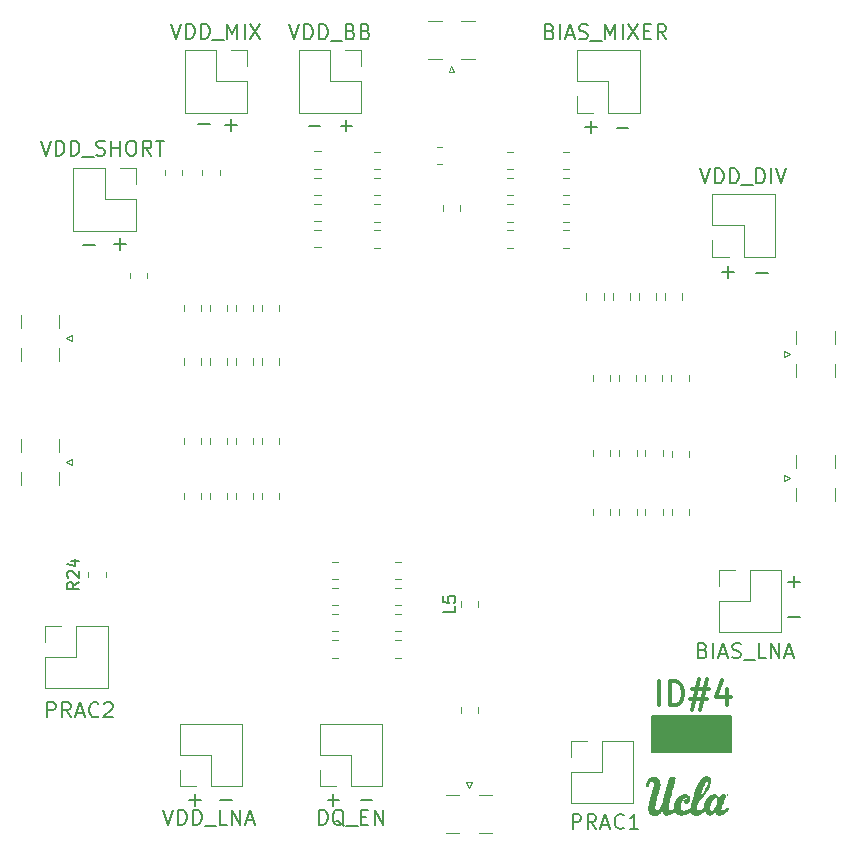
<source format=gbr>
%TF.GenerationSoftware,KiCad,Pcbnew,9.0.3*%
%TF.CreationDate,2025-09-10T16:07:27-04:00*%
%TF.ProjectId,Group4_PCB_AP,47726f75-7034-45f5-9043-425f41502e6b,rev?*%
%TF.SameCoordinates,Original*%
%TF.FileFunction,Legend,Top*%
%TF.FilePolarity,Positive*%
%FSLAX46Y46*%
G04 Gerber Fmt 4.6, Leading zero omitted, Abs format (unit mm)*
G04 Created by KiCad (PCBNEW 9.0.3) date 2025-09-10 16:07:27*
%MOMM*%
%LPD*%
G01*
G04 APERTURE LIST*
%ADD10C,0.200000*%
%ADD11C,0.300000*%
%ADD12C,0.150000*%
%ADD13C,0.000000*%
%ADD14C,0.120000*%
G04 APERTURE END LIST*
D10*
X231154933Y-125000000D02*
X224500000Y-125000000D01*
X224500000Y-122000000D01*
X231154933Y-122000000D01*
X231154933Y-125000000D01*
G36*
X231154933Y-125000000D02*
G01*
X224500000Y-125000000D01*
X224500000Y-122000000D01*
X231154933Y-122000000D01*
X231154933Y-125000000D01*
G37*
D11*
X225047619Y-121044953D02*
X225047619Y-119044953D01*
X226000000Y-121044953D02*
X226000000Y-119044953D01*
X226000000Y-119044953D02*
X226476190Y-119044953D01*
X226476190Y-119044953D02*
X226761905Y-119140191D01*
X226761905Y-119140191D02*
X226952381Y-119330667D01*
X226952381Y-119330667D02*
X227047619Y-119521143D01*
X227047619Y-119521143D02*
X227142857Y-119902095D01*
X227142857Y-119902095D02*
X227142857Y-120187810D01*
X227142857Y-120187810D02*
X227047619Y-120568762D01*
X227047619Y-120568762D02*
X226952381Y-120759238D01*
X226952381Y-120759238D02*
X226761905Y-120949715D01*
X226761905Y-120949715D02*
X226476190Y-121044953D01*
X226476190Y-121044953D02*
X226000000Y-121044953D01*
X227904762Y-119711619D02*
X229333333Y-119711619D01*
X228476190Y-118854476D02*
X227904762Y-121425905D01*
X229142857Y-120568762D02*
X227714286Y-120568762D01*
X228571429Y-121425905D02*
X229142857Y-118854476D01*
X230857143Y-119711619D02*
X230857143Y-121044953D01*
X230380952Y-118949715D02*
X229904762Y-120378286D01*
X229904762Y-120378286D02*
X231142857Y-120378286D01*
D12*
X172718810Y-73259726D02*
X173142143Y-74529726D01*
X173142143Y-74529726D02*
X173565477Y-73259726D01*
X173988809Y-74529726D02*
X173988809Y-73259726D01*
X173988809Y-73259726D02*
X174291190Y-73259726D01*
X174291190Y-73259726D02*
X174472619Y-73320202D01*
X174472619Y-73320202D02*
X174593571Y-73441154D01*
X174593571Y-73441154D02*
X174654048Y-73562107D01*
X174654048Y-73562107D02*
X174714524Y-73804011D01*
X174714524Y-73804011D02*
X174714524Y-73985440D01*
X174714524Y-73985440D02*
X174654048Y-74227345D01*
X174654048Y-74227345D02*
X174593571Y-74348297D01*
X174593571Y-74348297D02*
X174472619Y-74469250D01*
X174472619Y-74469250D02*
X174291190Y-74529726D01*
X174291190Y-74529726D02*
X173988809Y-74529726D01*
X175258809Y-74529726D02*
X175258809Y-73259726D01*
X175258809Y-73259726D02*
X175561190Y-73259726D01*
X175561190Y-73259726D02*
X175742619Y-73320202D01*
X175742619Y-73320202D02*
X175863571Y-73441154D01*
X175863571Y-73441154D02*
X175924048Y-73562107D01*
X175924048Y-73562107D02*
X175984524Y-73804011D01*
X175984524Y-73804011D02*
X175984524Y-73985440D01*
X175984524Y-73985440D02*
X175924048Y-74227345D01*
X175924048Y-74227345D02*
X175863571Y-74348297D01*
X175863571Y-74348297D02*
X175742619Y-74469250D01*
X175742619Y-74469250D02*
X175561190Y-74529726D01*
X175561190Y-74529726D02*
X175258809Y-74529726D01*
X176226429Y-74650678D02*
X177194048Y-74650678D01*
X177435952Y-74469250D02*
X177617381Y-74529726D01*
X177617381Y-74529726D02*
X177919762Y-74529726D01*
X177919762Y-74529726D02*
X178040714Y-74469250D01*
X178040714Y-74469250D02*
X178101190Y-74408773D01*
X178101190Y-74408773D02*
X178161667Y-74287821D01*
X178161667Y-74287821D02*
X178161667Y-74166869D01*
X178161667Y-74166869D02*
X178101190Y-74045916D01*
X178101190Y-74045916D02*
X178040714Y-73985440D01*
X178040714Y-73985440D02*
X177919762Y-73924964D01*
X177919762Y-73924964D02*
X177677857Y-73864488D01*
X177677857Y-73864488D02*
X177556905Y-73804011D01*
X177556905Y-73804011D02*
X177496428Y-73743535D01*
X177496428Y-73743535D02*
X177435952Y-73622583D01*
X177435952Y-73622583D02*
X177435952Y-73501630D01*
X177435952Y-73501630D02*
X177496428Y-73380678D01*
X177496428Y-73380678D02*
X177556905Y-73320202D01*
X177556905Y-73320202D02*
X177677857Y-73259726D01*
X177677857Y-73259726D02*
X177980238Y-73259726D01*
X177980238Y-73259726D02*
X178161667Y-73320202D01*
X178705952Y-74529726D02*
X178705952Y-73259726D01*
X178705952Y-73864488D02*
X179431667Y-73864488D01*
X179431667Y-74529726D02*
X179431667Y-73259726D01*
X180278333Y-73259726D02*
X180520238Y-73259726D01*
X180520238Y-73259726D02*
X180641190Y-73320202D01*
X180641190Y-73320202D02*
X180762143Y-73441154D01*
X180762143Y-73441154D02*
X180822619Y-73683059D01*
X180822619Y-73683059D02*
X180822619Y-74106392D01*
X180822619Y-74106392D02*
X180762143Y-74348297D01*
X180762143Y-74348297D02*
X180641190Y-74469250D01*
X180641190Y-74469250D02*
X180520238Y-74529726D01*
X180520238Y-74529726D02*
X180278333Y-74529726D01*
X180278333Y-74529726D02*
X180157381Y-74469250D01*
X180157381Y-74469250D02*
X180036428Y-74348297D01*
X180036428Y-74348297D02*
X179975952Y-74106392D01*
X179975952Y-74106392D02*
X179975952Y-73683059D01*
X179975952Y-73683059D02*
X180036428Y-73441154D01*
X180036428Y-73441154D02*
X180157381Y-73320202D01*
X180157381Y-73320202D02*
X180278333Y-73259726D01*
X182092619Y-74529726D02*
X181669285Y-73924964D01*
X181366904Y-74529726D02*
X181366904Y-73259726D01*
X181366904Y-73259726D02*
X181850714Y-73259726D01*
X181850714Y-73259726D02*
X181971666Y-73320202D01*
X181971666Y-73320202D02*
X182032143Y-73380678D01*
X182032143Y-73380678D02*
X182092619Y-73501630D01*
X182092619Y-73501630D02*
X182092619Y-73683059D01*
X182092619Y-73683059D02*
X182032143Y-73804011D01*
X182032143Y-73804011D02*
X181971666Y-73864488D01*
X181971666Y-73864488D02*
X181850714Y-73924964D01*
X181850714Y-73924964D02*
X181366904Y-73924964D01*
X182455476Y-73259726D02*
X183181190Y-73259726D01*
X182818333Y-74529726D02*
X182818333Y-73259726D01*
X178966190Y-81995916D02*
X179933810Y-81995916D01*
X179450000Y-82479726D02*
X179450000Y-81512107D01*
X176316190Y-82095916D02*
X177283810Y-82095916D01*
X183751604Y-63358726D02*
X184174937Y-64628726D01*
X184174937Y-64628726D02*
X184598271Y-63358726D01*
X185021603Y-64628726D02*
X185021603Y-63358726D01*
X185021603Y-63358726D02*
X185323984Y-63358726D01*
X185323984Y-63358726D02*
X185505413Y-63419202D01*
X185505413Y-63419202D02*
X185626365Y-63540154D01*
X185626365Y-63540154D02*
X185686842Y-63661107D01*
X185686842Y-63661107D02*
X185747318Y-63903011D01*
X185747318Y-63903011D02*
X185747318Y-64084440D01*
X185747318Y-64084440D02*
X185686842Y-64326345D01*
X185686842Y-64326345D02*
X185626365Y-64447297D01*
X185626365Y-64447297D02*
X185505413Y-64568250D01*
X185505413Y-64568250D02*
X185323984Y-64628726D01*
X185323984Y-64628726D02*
X185021603Y-64628726D01*
X186291603Y-64628726D02*
X186291603Y-63358726D01*
X186291603Y-63358726D02*
X186593984Y-63358726D01*
X186593984Y-63358726D02*
X186775413Y-63419202D01*
X186775413Y-63419202D02*
X186896365Y-63540154D01*
X186896365Y-63540154D02*
X186956842Y-63661107D01*
X186956842Y-63661107D02*
X187017318Y-63903011D01*
X187017318Y-63903011D02*
X187017318Y-64084440D01*
X187017318Y-64084440D02*
X186956842Y-64326345D01*
X186956842Y-64326345D02*
X186896365Y-64447297D01*
X186896365Y-64447297D02*
X186775413Y-64568250D01*
X186775413Y-64568250D02*
X186593984Y-64628726D01*
X186593984Y-64628726D02*
X186291603Y-64628726D01*
X187259223Y-64749678D02*
X188226842Y-64749678D01*
X188529222Y-64628726D02*
X188529222Y-63358726D01*
X188529222Y-63358726D02*
X188952556Y-64265869D01*
X188952556Y-64265869D02*
X189375889Y-63358726D01*
X189375889Y-63358726D02*
X189375889Y-64628726D01*
X189980651Y-64628726D02*
X189980651Y-63358726D01*
X190464461Y-63358726D02*
X191311128Y-64628726D01*
X191311128Y-63358726D02*
X190464461Y-64628726D01*
X188366190Y-71944916D02*
X189333810Y-71944916D01*
X188850000Y-72428726D02*
X188850000Y-71461107D01*
X186077794Y-71830916D02*
X187045414Y-71830916D01*
X173248333Y-122079726D02*
X173248333Y-120809726D01*
X173248333Y-120809726D02*
X173732143Y-120809726D01*
X173732143Y-120809726D02*
X173853095Y-120870202D01*
X173853095Y-120870202D02*
X173913572Y-120930678D01*
X173913572Y-120930678D02*
X173974048Y-121051630D01*
X173974048Y-121051630D02*
X173974048Y-121233059D01*
X173974048Y-121233059D02*
X173913572Y-121354011D01*
X173913572Y-121354011D02*
X173853095Y-121414488D01*
X173853095Y-121414488D02*
X173732143Y-121474964D01*
X173732143Y-121474964D02*
X173248333Y-121474964D01*
X175244048Y-122079726D02*
X174820714Y-121474964D01*
X174518333Y-122079726D02*
X174518333Y-120809726D01*
X174518333Y-120809726D02*
X175002143Y-120809726D01*
X175002143Y-120809726D02*
X175123095Y-120870202D01*
X175123095Y-120870202D02*
X175183572Y-120930678D01*
X175183572Y-120930678D02*
X175244048Y-121051630D01*
X175244048Y-121051630D02*
X175244048Y-121233059D01*
X175244048Y-121233059D02*
X175183572Y-121354011D01*
X175183572Y-121354011D02*
X175123095Y-121414488D01*
X175123095Y-121414488D02*
X175002143Y-121474964D01*
X175002143Y-121474964D02*
X174518333Y-121474964D01*
X175727857Y-121716869D02*
X176332619Y-121716869D01*
X175606905Y-122079726D02*
X176030238Y-120809726D01*
X176030238Y-120809726D02*
X176453572Y-122079726D01*
X177602619Y-121958773D02*
X177542143Y-122019250D01*
X177542143Y-122019250D02*
X177360714Y-122079726D01*
X177360714Y-122079726D02*
X177239762Y-122079726D01*
X177239762Y-122079726D02*
X177058333Y-122019250D01*
X177058333Y-122019250D02*
X176937381Y-121898297D01*
X176937381Y-121898297D02*
X176876904Y-121777345D01*
X176876904Y-121777345D02*
X176816428Y-121535440D01*
X176816428Y-121535440D02*
X176816428Y-121354011D01*
X176816428Y-121354011D02*
X176876904Y-121112107D01*
X176876904Y-121112107D02*
X176937381Y-120991154D01*
X176937381Y-120991154D02*
X177058333Y-120870202D01*
X177058333Y-120870202D02*
X177239762Y-120809726D01*
X177239762Y-120809726D02*
X177360714Y-120809726D01*
X177360714Y-120809726D02*
X177542143Y-120870202D01*
X177542143Y-120870202D02*
X177602619Y-120930678D01*
X178086428Y-120930678D02*
X178146904Y-120870202D01*
X178146904Y-120870202D02*
X178267857Y-120809726D01*
X178267857Y-120809726D02*
X178570238Y-120809726D01*
X178570238Y-120809726D02*
X178691190Y-120870202D01*
X178691190Y-120870202D02*
X178751666Y-120930678D01*
X178751666Y-120930678D02*
X178812143Y-121051630D01*
X178812143Y-121051630D02*
X178812143Y-121172583D01*
X178812143Y-121172583D02*
X178751666Y-121354011D01*
X178751666Y-121354011D02*
X178025952Y-122079726D01*
X178025952Y-122079726D02*
X178812143Y-122079726D01*
X193752857Y-63409726D02*
X194176190Y-64679726D01*
X194176190Y-64679726D02*
X194599524Y-63409726D01*
X195022856Y-64679726D02*
X195022856Y-63409726D01*
X195022856Y-63409726D02*
X195325237Y-63409726D01*
X195325237Y-63409726D02*
X195506666Y-63470202D01*
X195506666Y-63470202D02*
X195627618Y-63591154D01*
X195627618Y-63591154D02*
X195688095Y-63712107D01*
X195688095Y-63712107D02*
X195748571Y-63954011D01*
X195748571Y-63954011D02*
X195748571Y-64135440D01*
X195748571Y-64135440D02*
X195688095Y-64377345D01*
X195688095Y-64377345D02*
X195627618Y-64498297D01*
X195627618Y-64498297D02*
X195506666Y-64619250D01*
X195506666Y-64619250D02*
X195325237Y-64679726D01*
X195325237Y-64679726D02*
X195022856Y-64679726D01*
X196292856Y-64679726D02*
X196292856Y-63409726D01*
X196292856Y-63409726D02*
X196595237Y-63409726D01*
X196595237Y-63409726D02*
X196776666Y-63470202D01*
X196776666Y-63470202D02*
X196897618Y-63591154D01*
X196897618Y-63591154D02*
X196958095Y-63712107D01*
X196958095Y-63712107D02*
X197018571Y-63954011D01*
X197018571Y-63954011D02*
X197018571Y-64135440D01*
X197018571Y-64135440D02*
X196958095Y-64377345D01*
X196958095Y-64377345D02*
X196897618Y-64498297D01*
X196897618Y-64498297D02*
X196776666Y-64619250D01*
X196776666Y-64619250D02*
X196595237Y-64679726D01*
X196595237Y-64679726D02*
X196292856Y-64679726D01*
X197260476Y-64800678D02*
X198228095Y-64800678D01*
X198953809Y-64014488D02*
X199135237Y-64074964D01*
X199135237Y-64074964D02*
X199195714Y-64135440D01*
X199195714Y-64135440D02*
X199256190Y-64256392D01*
X199256190Y-64256392D02*
X199256190Y-64437821D01*
X199256190Y-64437821D02*
X199195714Y-64558773D01*
X199195714Y-64558773D02*
X199135237Y-64619250D01*
X199135237Y-64619250D02*
X199014285Y-64679726D01*
X199014285Y-64679726D02*
X198530475Y-64679726D01*
X198530475Y-64679726D02*
X198530475Y-63409726D01*
X198530475Y-63409726D02*
X198953809Y-63409726D01*
X198953809Y-63409726D02*
X199074761Y-63470202D01*
X199074761Y-63470202D02*
X199135237Y-63530678D01*
X199135237Y-63530678D02*
X199195714Y-63651630D01*
X199195714Y-63651630D02*
X199195714Y-63772583D01*
X199195714Y-63772583D02*
X199135237Y-63893535D01*
X199135237Y-63893535D02*
X199074761Y-63954011D01*
X199074761Y-63954011D02*
X198953809Y-64014488D01*
X198953809Y-64014488D02*
X198530475Y-64014488D01*
X200223809Y-64014488D02*
X200405237Y-64074964D01*
X200405237Y-64074964D02*
X200465714Y-64135440D01*
X200465714Y-64135440D02*
X200526190Y-64256392D01*
X200526190Y-64256392D02*
X200526190Y-64437821D01*
X200526190Y-64437821D02*
X200465714Y-64558773D01*
X200465714Y-64558773D02*
X200405237Y-64619250D01*
X200405237Y-64619250D02*
X200284285Y-64679726D01*
X200284285Y-64679726D02*
X199800475Y-64679726D01*
X199800475Y-64679726D02*
X199800475Y-63409726D01*
X199800475Y-63409726D02*
X200223809Y-63409726D01*
X200223809Y-63409726D02*
X200344761Y-63470202D01*
X200344761Y-63470202D02*
X200405237Y-63530678D01*
X200405237Y-63530678D02*
X200465714Y-63651630D01*
X200465714Y-63651630D02*
X200465714Y-63772583D01*
X200465714Y-63772583D02*
X200405237Y-63893535D01*
X200405237Y-63893535D02*
X200344761Y-63954011D01*
X200344761Y-63954011D02*
X200223809Y-64014488D01*
X200223809Y-64014488D02*
X199800475Y-64014488D01*
X198595916Y-72483809D02*
X198595916Y-71516190D01*
X199079726Y-71999999D02*
X198112107Y-71999999D01*
X195416190Y-71995916D02*
X196383810Y-71995916D01*
X217748333Y-131539726D02*
X217748333Y-130269726D01*
X217748333Y-130269726D02*
X218232143Y-130269726D01*
X218232143Y-130269726D02*
X218353095Y-130330202D01*
X218353095Y-130330202D02*
X218413572Y-130390678D01*
X218413572Y-130390678D02*
X218474048Y-130511630D01*
X218474048Y-130511630D02*
X218474048Y-130693059D01*
X218474048Y-130693059D02*
X218413572Y-130814011D01*
X218413572Y-130814011D02*
X218353095Y-130874488D01*
X218353095Y-130874488D02*
X218232143Y-130934964D01*
X218232143Y-130934964D02*
X217748333Y-130934964D01*
X219744048Y-131539726D02*
X219320714Y-130934964D01*
X219018333Y-131539726D02*
X219018333Y-130269726D01*
X219018333Y-130269726D02*
X219502143Y-130269726D01*
X219502143Y-130269726D02*
X219623095Y-130330202D01*
X219623095Y-130330202D02*
X219683572Y-130390678D01*
X219683572Y-130390678D02*
X219744048Y-130511630D01*
X219744048Y-130511630D02*
X219744048Y-130693059D01*
X219744048Y-130693059D02*
X219683572Y-130814011D01*
X219683572Y-130814011D02*
X219623095Y-130874488D01*
X219623095Y-130874488D02*
X219502143Y-130934964D01*
X219502143Y-130934964D02*
X219018333Y-130934964D01*
X220227857Y-131176869D02*
X220832619Y-131176869D01*
X220106905Y-131539726D02*
X220530238Y-130269726D01*
X220530238Y-130269726D02*
X220953572Y-131539726D01*
X222102619Y-131418773D02*
X222042143Y-131479250D01*
X222042143Y-131479250D02*
X221860714Y-131539726D01*
X221860714Y-131539726D02*
X221739762Y-131539726D01*
X221739762Y-131539726D02*
X221558333Y-131479250D01*
X221558333Y-131479250D02*
X221437381Y-131358297D01*
X221437381Y-131358297D02*
X221376904Y-131237345D01*
X221376904Y-131237345D02*
X221316428Y-130995440D01*
X221316428Y-130995440D02*
X221316428Y-130814011D01*
X221316428Y-130814011D02*
X221376904Y-130572107D01*
X221376904Y-130572107D02*
X221437381Y-130451154D01*
X221437381Y-130451154D02*
X221558333Y-130330202D01*
X221558333Y-130330202D02*
X221739762Y-130269726D01*
X221739762Y-130269726D02*
X221860714Y-130269726D01*
X221860714Y-130269726D02*
X222042143Y-130330202D01*
X222042143Y-130330202D02*
X222102619Y-130390678D01*
X223312143Y-131539726D02*
X222586428Y-131539726D01*
X222949285Y-131539726D02*
X222949285Y-130269726D01*
X222949285Y-130269726D02*
X222828333Y-130451154D01*
X222828333Y-130451154D02*
X222707381Y-130572107D01*
X222707381Y-130572107D02*
X222586428Y-130632583D01*
X183099286Y-129909726D02*
X183522619Y-131179726D01*
X183522619Y-131179726D02*
X183945953Y-129909726D01*
X184369285Y-131179726D02*
X184369285Y-129909726D01*
X184369285Y-129909726D02*
X184671666Y-129909726D01*
X184671666Y-129909726D02*
X184853095Y-129970202D01*
X184853095Y-129970202D02*
X184974047Y-130091154D01*
X184974047Y-130091154D02*
X185034524Y-130212107D01*
X185034524Y-130212107D02*
X185095000Y-130454011D01*
X185095000Y-130454011D02*
X185095000Y-130635440D01*
X185095000Y-130635440D02*
X185034524Y-130877345D01*
X185034524Y-130877345D02*
X184974047Y-130998297D01*
X184974047Y-130998297D02*
X184853095Y-131119250D01*
X184853095Y-131119250D02*
X184671666Y-131179726D01*
X184671666Y-131179726D02*
X184369285Y-131179726D01*
X185639285Y-131179726D02*
X185639285Y-129909726D01*
X185639285Y-129909726D02*
X185941666Y-129909726D01*
X185941666Y-129909726D02*
X186123095Y-129970202D01*
X186123095Y-129970202D02*
X186244047Y-130091154D01*
X186244047Y-130091154D02*
X186304524Y-130212107D01*
X186304524Y-130212107D02*
X186365000Y-130454011D01*
X186365000Y-130454011D02*
X186365000Y-130635440D01*
X186365000Y-130635440D02*
X186304524Y-130877345D01*
X186304524Y-130877345D02*
X186244047Y-130998297D01*
X186244047Y-130998297D02*
X186123095Y-131119250D01*
X186123095Y-131119250D02*
X185941666Y-131179726D01*
X185941666Y-131179726D02*
X185639285Y-131179726D01*
X186606905Y-131300678D02*
X187574524Y-131300678D01*
X188481666Y-131179726D02*
X187876904Y-131179726D01*
X187876904Y-131179726D02*
X187876904Y-129909726D01*
X188904999Y-131179726D02*
X188904999Y-129909726D01*
X188904999Y-129909726D02*
X189630714Y-131179726D01*
X189630714Y-131179726D02*
X189630714Y-129909726D01*
X190174999Y-130816869D02*
X190779761Y-130816869D01*
X190054047Y-131179726D02*
X190477380Y-129909726D01*
X190477380Y-129909726D02*
X190900714Y-131179726D01*
X187916190Y-129095916D02*
X188883810Y-129095916D01*
X185316190Y-129095916D02*
X186283810Y-129095916D01*
X185800000Y-129579726D02*
X185800000Y-128612107D01*
X196278571Y-131179726D02*
X196278571Y-129909726D01*
X196278571Y-129909726D02*
X196580952Y-129909726D01*
X196580952Y-129909726D02*
X196762381Y-129970202D01*
X196762381Y-129970202D02*
X196883333Y-130091154D01*
X196883333Y-130091154D02*
X196943810Y-130212107D01*
X196943810Y-130212107D02*
X197004286Y-130454011D01*
X197004286Y-130454011D02*
X197004286Y-130635440D01*
X197004286Y-130635440D02*
X196943810Y-130877345D01*
X196943810Y-130877345D02*
X196883333Y-130998297D01*
X196883333Y-130998297D02*
X196762381Y-131119250D01*
X196762381Y-131119250D02*
X196580952Y-131179726D01*
X196580952Y-131179726D02*
X196278571Y-131179726D01*
X198395238Y-131300678D02*
X198274286Y-131240202D01*
X198274286Y-131240202D02*
X198153333Y-131119250D01*
X198153333Y-131119250D02*
X197971905Y-130937821D01*
X197971905Y-130937821D02*
X197850952Y-130877345D01*
X197850952Y-130877345D02*
X197730000Y-130877345D01*
X197790476Y-131179726D02*
X197669524Y-131119250D01*
X197669524Y-131119250D02*
X197548571Y-130998297D01*
X197548571Y-130998297D02*
X197488095Y-130756392D01*
X197488095Y-130756392D02*
X197488095Y-130333059D01*
X197488095Y-130333059D02*
X197548571Y-130091154D01*
X197548571Y-130091154D02*
X197669524Y-129970202D01*
X197669524Y-129970202D02*
X197790476Y-129909726D01*
X197790476Y-129909726D02*
X198032381Y-129909726D01*
X198032381Y-129909726D02*
X198153333Y-129970202D01*
X198153333Y-129970202D02*
X198274286Y-130091154D01*
X198274286Y-130091154D02*
X198334762Y-130333059D01*
X198334762Y-130333059D02*
X198334762Y-130756392D01*
X198334762Y-130756392D02*
X198274286Y-130998297D01*
X198274286Y-130998297D02*
X198153333Y-131119250D01*
X198153333Y-131119250D02*
X198032381Y-131179726D01*
X198032381Y-131179726D02*
X197790476Y-131179726D01*
X198576667Y-131300678D02*
X199544286Y-131300678D01*
X199846666Y-130514488D02*
X200270000Y-130514488D01*
X200451428Y-131179726D02*
X199846666Y-131179726D01*
X199846666Y-131179726D02*
X199846666Y-129909726D01*
X199846666Y-129909726D02*
X200451428Y-129909726D01*
X200995714Y-131179726D02*
X200995714Y-129909726D01*
X200995714Y-129909726D02*
X201721429Y-131179726D01*
X201721429Y-131179726D02*
X201721429Y-129909726D01*
X197016190Y-129095916D02*
X197983810Y-129095916D01*
X197500000Y-129579726D02*
X197500000Y-128612107D01*
X199816190Y-129095916D02*
X200783810Y-129095916D01*
X207804819Y-112666666D02*
X207804819Y-113142856D01*
X207804819Y-113142856D02*
X206804819Y-113142856D01*
X206804819Y-111857142D02*
X206804819Y-112333332D01*
X206804819Y-112333332D02*
X207281009Y-112380951D01*
X207281009Y-112380951D02*
X207233390Y-112333332D01*
X207233390Y-112333332D02*
X207185771Y-112238094D01*
X207185771Y-112238094D02*
X207185771Y-111999999D01*
X207185771Y-111999999D02*
X207233390Y-111904761D01*
X207233390Y-111904761D02*
X207281009Y-111857142D01*
X207281009Y-111857142D02*
X207376247Y-111809523D01*
X207376247Y-111809523D02*
X207614342Y-111809523D01*
X207614342Y-111809523D02*
X207709580Y-111857142D01*
X207709580Y-111857142D02*
X207757200Y-111904761D01*
X207757200Y-111904761D02*
X207804819Y-111999999D01*
X207804819Y-111999999D02*
X207804819Y-112238094D01*
X207804819Y-112238094D02*
X207757200Y-112333332D01*
X207757200Y-112333332D02*
X207709580Y-112380951D01*
X215813095Y-64014488D02*
X215994523Y-64074964D01*
X215994523Y-64074964D02*
X216055000Y-64135440D01*
X216055000Y-64135440D02*
X216115476Y-64256392D01*
X216115476Y-64256392D02*
X216115476Y-64437821D01*
X216115476Y-64437821D02*
X216055000Y-64558773D01*
X216055000Y-64558773D02*
X215994523Y-64619250D01*
X215994523Y-64619250D02*
X215873571Y-64679726D01*
X215873571Y-64679726D02*
X215389761Y-64679726D01*
X215389761Y-64679726D02*
X215389761Y-63409726D01*
X215389761Y-63409726D02*
X215813095Y-63409726D01*
X215813095Y-63409726D02*
X215934047Y-63470202D01*
X215934047Y-63470202D02*
X215994523Y-63530678D01*
X215994523Y-63530678D02*
X216055000Y-63651630D01*
X216055000Y-63651630D02*
X216055000Y-63772583D01*
X216055000Y-63772583D02*
X215994523Y-63893535D01*
X215994523Y-63893535D02*
X215934047Y-63954011D01*
X215934047Y-63954011D02*
X215813095Y-64014488D01*
X215813095Y-64014488D02*
X215389761Y-64014488D01*
X216659761Y-64679726D02*
X216659761Y-63409726D01*
X217204047Y-64316869D02*
X217808809Y-64316869D01*
X217083095Y-64679726D02*
X217506428Y-63409726D01*
X217506428Y-63409726D02*
X217929762Y-64679726D01*
X218292618Y-64619250D02*
X218474047Y-64679726D01*
X218474047Y-64679726D02*
X218776428Y-64679726D01*
X218776428Y-64679726D02*
X218897380Y-64619250D01*
X218897380Y-64619250D02*
X218957856Y-64558773D01*
X218957856Y-64558773D02*
X219018333Y-64437821D01*
X219018333Y-64437821D02*
X219018333Y-64316869D01*
X219018333Y-64316869D02*
X218957856Y-64195916D01*
X218957856Y-64195916D02*
X218897380Y-64135440D01*
X218897380Y-64135440D02*
X218776428Y-64074964D01*
X218776428Y-64074964D02*
X218534523Y-64014488D01*
X218534523Y-64014488D02*
X218413571Y-63954011D01*
X218413571Y-63954011D02*
X218353094Y-63893535D01*
X218353094Y-63893535D02*
X218292618Y-63772583D01*
X218292618Y-63772583D02*
X218292618Y-63651630D01*
X218292618Y-63651630D02*
X218353094Y-63530678D01*
X218353094Y-63530678D02*
X218413571Y-63470202D01*
X218413571Y-63470202D02*
X218534523Y-63409726D01*
X218534523Y-63409726D02*
X218836904Y-63409726D01*
X218836904Y-63409726D02*
X219018333Y-63470202D01*
X219260238Y-64800678D02*
X220227857Y-64800678D01*
X220530237Y-64679726D02*
X220530237Y-63409726D01*
X220530237Y-63409726D02*
X220953571Y-64316869D01*
X220953571Y-64316869D02*
X221376904Y-63409726D01*
X221376904Y-63409726D02*
X221376904Y-64679726D01*
X221981666Y-64679726D02*
X221981666Y-63409726D01*
X222465476Y-63409726D02*
X223312143Y-64679726D01*
X223312143Y-63409726D02*
X222465476Y-64679726D01*
X223795952Y-64014488D02*
X224219286Y-64014488D01*
X224400714Y-64679726D02*
X223795952Y-64679726D01*
X223795952Y-64679726D02*
X223795952Y-63409726D01*
X223795952Y-63409726D02*
X224400714Y-63409726D01*
X225670715Y-64679726D02*
X225247381Y-64074964D01*
X224945000Y-64679726D02*
X224945000Y-63409726D01*
X224945000Y-63409726D02*
X225428810Y-63409726D01*
X225428810Y-63409726D02*
X225549762Y-63470202D01*
X225549762Y-63470202D02*
X225610239Y-63530678D01*
X225610239Y-63530678D02*
X225670715Y-63651630D01*
X225670715Y-63651630D02*
X225670715Y-63833059D01*
X225670715Y-63833059D02*
X225610239Y-63954011D01*
X225610239Y-63954011D02*
X225549762Y-64014488D01*
X225549762Y-64014488D02*
X225428810Y-64074964D01*
X225428810Y-64074964D02*
X224945000Y-64074964D01*
X218816190Y-72095916D02*
X219783810Y-72095916D01*
X219300000Y-72579726D02*
X219300000Y-71612107D01*
X221516190Y-72195916D02*
X222483810Y-72195916D01*
X228781905Y-116414488D02*
X228963333Y-116474964D01*
X228963333Y-116474964D02*
X229023810Y-116535440D01*
X229023810Y-116535440D02*
X229084286Y-116656392D01*
X229084286Y-116656392D02*
X229084286Y-116837821D01*
X229084286Y-116837821D02*
X229023810Y-116958773D01*
X229023810Y-116958773D02*
X228963333Y-117019250D01*
X228963333Y-117019250D02*
X228842381Y-117079726D01*
X228842381Y-117079726D02*
X228358571Y-117079726D01*
X228358571Y-117079726D02*
X228358571Y-115809726D01*
X228358571Y-115809726D02*
X228781905Y-115809726D01*
X228781905Y-115809726D02*
X228902857Y-115870202D01*
X228902857Y-115870202D02*
X228963333Y-115930678D01*
X228963333Y-115930678D02*
X229023810Y-116051630D01*
X229023810Y-116051630D02*
X229023810Y-116172583D01*
X229023810Y-116172583D02*
X228963333Y-116293535D01*
X228963333Y-116293535D02*
X228902857Y-116354011D01*
X228902857Y-116354011D02*
X228781905Y-116414488D01*
X228781905Y-116414488D02*
X228358571Y-116414488D01*
X229628571Y-117079726D02*
X229628571Y-115809726D01*
X230172857Y-116716869D02*
X230777619Y-116716869D01*
X230051905Y-117079726D02*
X230475238Y-115809726D01*
X230475238Y-115809726D02*
X230898572Y-117079726D01*
X231261428Y-117019250D02*
X231442857Y-117079726D01*
X231442857Y-117079726D02*
X231745238Y-117079726D01*
X231745238Y-117079726D02*
X231866190Y-117019250D01*
X231866190Y-117019250D02*
X231926666Y-116958773D01*
X231926666Y-116958773D02*
X231987143Y-116837821D01*
X231987143Y-116837821D02*
X231987143Y-116716869D01*
X231987143Y-116716869D02*
X231926666Y-116595916D01*
X231926666Y-116595916D02*
X231866190Y-116535440D01*
X231866190Y-116535440D02*
X231745238Y-116474964D01*
X231745238Y-116474964D02*
X231503333Y-116414488D01*
X231503333Y-116414488D02*
X231382381Y-116354011D01*
X231382381Y-116354011D02*
X231321904Y-116293535D01*
X231321904Y-116293535D02*
X231261428Y-116172583D01*
X231261428Y-116172583D02*
X231261428Y-116051630D01*
X231261428Y-116051630D02*
X231321904Y-115930678D01*
X231321904Y-115930678D02*
X231382381Y-115870202D01*
X231382381Y-115870202D02*
X231503333Y-115809726D01*
X231503333Y-115809726D02*
X231805714Y-115809726D01*
X231805714Y-115809726D02*
X231987143Y-115870202D01*
X232229048Y-117200678D02*
X233196667Y-117200678D01*
X234103809Y-117079726D02*
X233499047Y-117079726D01*
X233499047Y-117079726D02*
X233499047Y-115809726D01*
X234527142Y-117079726D02*
X234527142Y-115809726D01*
X234527142Y-115809726D02*
X235252857Y-117079726D01*
X235252857Y-117079726D02*
X235252857Y-115809726D01*
X235797142Y-116716869D02*
X236401904Y-116716869D01*
X235676190Y-117079726D02*
X236099523Y-115809726D01*
X236099523Y-115809726D02*
X236522857Y-117079726D01*
X236016190Y-110595916D02*
X236983810Y-110595916D01*
X236500000Y-111079726D02*
X236500000Y-110112107D01*
X236016190Y-113595916D02*
X236983810Y-113595916D01*
X175954819Y-110642857D02*
X175478628Y-110976190D01*
X175954819Y-111214285D02*
X174954819Y-111214285D01*
X174954819Y-111214285D02*
X174954819Y-110833333D01*
X174954819Y-110833333D02*
X175002438Y-110738095D01*
X175002438Y-110738095D02*
X175050057Y-110690476D01*
X175050057Y-110690476D02*
X175145295Y-110642857D01*
X175145295Y-110642857D02*
X175288152Y-110642857D01*
X175288152Y-110642857D02*
X175383390Y-110690476D01*
X175383390Y-110690476D02*
X175431009Y-110738095D01*
X175431009Y-110738095D02*
X175478628Y-110833333D01*
X175478628Y-110833333D02*
X175478628Y-111214285D01*
X175050057Y-110261904D02*
X175002438Y-110214285D01*
X175002438Y-110214285D02*
X174954819Y-110119047D01*
X174954819Y-110119047D02*
X174954819Y-109880952D01*
X174954819Y-109880952D02*
X175002438Y-109785714D01*
X175002438Y-109785714D02*
X175050057Y-109738095D01*
X175050057Y-109738095D02*
X175145295Y-109690476D01*
X175145295Y-109690476D02*
X175240533Y-109690476D01*
X175240533Y-109690476D02*
X175383390Y-109738095D01*
X175383390Y-109738095D02*
X175954819Y-110309523D01*
X175954819Y-110309523D02*
X175954819Y-109690476D01*
X175288152Y-108833333D02*
X175954819Y-108833333D01*
X174907200Y-109071428D02*
X175621485Y-109309523D01*
X175621485Y-109309523D02*
X175621485Y-108690476D01*
X228541191Y-75609726D02*
X228964524Y-76879726D01*
X228964524Y-76879726D02*
X229387858Y-75609726D01*
X229811190Y-76879726D02*
X229811190Y-75609726D01*
X229811190Y-75609726D02*
X230113571Y-75609726D01*
X230113571Y-75609726D02*
X230295000Y-75670202D01*
X230295000Y-75670202D02*
X230415952Y-75791154D01*
X230415952Y-75791154D02*
X230476429Y-75912107D01*
X230476429Y-75912107D02*
X230536905Y-76154011D01*
X230536905Y-76154011D02*
X230536905Y-76335440D01*
X230536905Y-76335440D02*
X230476429Y-76577345D01*
X230476429Y-76577345D02*
X230415952Y-76698297D01*
X230415952Y-76698297D02*
X230295000Y-76819250D01*
X230295000Y-76819250D02*
X230113571Y-76879726D01*
X230113571Y-76879726D02*
X229811190Y-76879726D01*
X231081190Y-76879726D02*
X231081190Y-75609726D01*
X231081190Y-75609726D02*
X231383571Y-75609726D01*
X231383571Y-75609726D02*
X231565000Y-75670202D01*
X231565000Y-75670202D02*
X231685952Y-75791154D01*
X231685952Y-75791154D02*
X231746429Y-75912107D01*
X231746429Y-75912107D02*
X231806905Y-76154011D01*
X231806905Y-76154011D02*
X231806905Y-76335440D01*
X231806905Y-76335440D02*
X231746429Y-76577345D01*
X231746429Y-76577345D02*
X231685952Y-76698297D01*
X231685952Y-76698297D02*
X231565000Y-76819250D01*
X231565000Y-76819250D02*
X231383571Y-76879726D01*
X231383571Y-76879726D02*
X231081190Y-76879726D01*
X232048810Y-77000678D02*
X233016429Y-77000678D01*
X233318809Y-76879726D02*
X233318809Y-75609726D01*
X233318809Y-75609726D02*
X233621190Y-75609726D01*
X233621190Y-75609726D02*
X233802619Y-75670202D01*
X233802619Y-75670202D02*
X233923571Y-75791154D01*
X233923571Y-75791154D02*
X233984048Y-75912107D01*
X233984048Y-75912107D02*
X234044524Y-76154011D01*
X234044524Y-76154011D02*
X234044524Y-76335440D01*
X234044524Y-76335440D02*
X233984048Y-76577345D01*
X233984048Y-76577345D02*
X233923571Y-76698297D01*
X233923571Y-76698297D02*
X233802619Y-76819250D01*
X233802619Y-76819250D02*
X233621190Y-76879726D01*
X233621190Y-76879726D02*
X233318809Y-76879726D01*
X234588809Y-76879726D02*
X234588809Y-75609726D01*
X235012143Y-75609726D02*
X235435476Y-76879726D01*
X235435476Y-76879726D02*
X235858810Y-75609726D01*
X230416190Y-84395916D02*
X231383810Y-84395916D01*
X230900000Y-84879726D02*
X230900000Y-83912107D01*
X233316190Y-84495916D02*
X234283810Y-84495916D01*
D13*
%TO.C,G\u002A\u002A\u002A*%
G36*
X229204808Y-127079199D02*
G01*
X229301889Y-127103328D01*
X229336553Y-127119616D01*
X229410351Y-127180421D01*
X229460539Y-127265379D01*
X229486856Y-127372491D01*
X229489044Y-127499761D01*
X229466843Y-127645190D01*
X229424195Y-127794651D01*
X229359559Y-127954499D01*
X229269797Y-128131982D01*
X229157457Y-128323210D01*
X229025085Y-128524293D01*
X228875227Y-128731342D01*
X228710431Y-128940465D01*
X228553021Y-129125450D01*
X228482331Y-129205983D01*
X228430940Y-129266646D01*
X228394865Y-129313779D01*
X228370122Y-129353722D01*
X228352729Y-129392815D01*
X228338700Y-129437398D01*
X228325720Y-129487218D01*
X228301010Y-129609058D01*
X228289745Y-129721722D01*
X228291667Y-129819834D01*
X228306522Y-129898012D01*
X228334052Y-129950878D01*
X228348414Y-129963638D01*
X228392783Y-129976202D01*
X228456406Y-129973642D01*
X228527640Y-129957398D01*
X228584403Y-129934453D01*
X228641098Y-129900982D01*
X228709102Y-129854087D01*
X228773743Y-129803889D01*
X228774067Y-129803619D01*
X228797410Y-129784114D01*
X229410696Y-129784114D01*
X229421499Y-129875924D01*
X229451705Y-129939713D01*
X229498010Y-129974048D01*
X229557110Y-129977496D01*
X229625699Y-129948625D01*
X229683866Y-129902553D01*
X229713813Y-129871726D01*
X229740380Y-129837597D01*
X229766563Y-129794551D01*
X229795359Y-129736968D01*
X229829766Y-129659231D01*
X229872779Y-129555724D01*
X229885356Y-129524846D01*
X229938773Y-129389912D01*
X229977896Y-129281784D01*
X230003751Y-129195737D01*
X230017362Y-129127041D01*
X230019754Y-129070969D01*
X230011954Y-129022794D01*
X230001038Y-128991384D01*
X229963184Y-128934971D01*
X229911635Y-128909173D01*
X229849428Y-128913796D01*
X229779604Y-128948648D01*
X229708665Y-129009913D01*
X229631915Y-129107352D01*
X229561163Y-129230339D01*
X229500038Y-129369446D01*
X229452169Y-129515241D01*
X229421186Y-129658295D01*
X229410696Y-129784114D01*
X228797410Y-129784114D01*
X228879664Y-129715384D01*
X228890800Y-129595562D01*
X228921391Y-129425682D01*
X228979323Y-129256650D01*
X229060787Y-129094138D01*
X229161978Y-128943814D01*
X229279089Y-128811350D01*
X229408313Y-128702416D01*
X229543067Y-128623941D01*
X229651082Y-128590296D01*
X229765116Y-128581607D01*
X229874338Y-128597651D01*
X229958490Y-128632417D01*
X230020098Y-128677531D01*
X230078894Y-128734563D01*
X230098725Y-128758821D01*
X230137444Y-128808850D01*
X230162210Y-128831735D01*
X230178002Y-128829839D01*
X230189801Y-128805523D01*
X230190781Y-128802493D01*
X230230301Y-128730322D01*
X230295008Y-128668168D01*
X230376456Y-128619687D01*
X230466197Y-128588531D01*
X230555786Y-128578354D01*
X230636773Y-128592809D01*
X230655895Y-128601319D01*
X230688211Y-128622304D01*
X230710865Y-128649130D01*
X230723311Y-128684954D01*
X230725005Y-128732931D01*
X230715401Y-128796216D01*
X230693953Y-128877966D01*
X230660118Y-128981335D01*
X230613348Y-129109479D01*
X230553100Y-129265555D01*
X230531759Y-129319703D01*
X230473766Y-129467884D01*
X230428476Y-129587414D01*
X230394700Y-129681830D01*
X230371250Y-129754670D01*
X230356937Y-129809473D01*
X230350573Y-129849776D01*
X230350008Y-129860895D01*
X230355251Y-129925919D01*
X230374905Y-129964521D01*
X230410758Y-129976719D01*
X230464598Y-129962533D01*
X230538212Y-129921982D01*
X230621635Y-129863863D01*
X230720491Y-129798793D01*
X230805235Y-129759948D01*
X230874021Y-129747530D01*
X230925004Y-129761741D01*
X230956337Y-129802784D01*
X230962905Y-129826491D01*
X230964289Y-129884824D01*
X230944535Y-129944442D01*
X230901043Y-130009527D01*
X230831210Y-130084261D01*
X230764629Y-130145106D01*
X230628383Y-130252499D01*
X230496266Y-130334031D01*
X230370661Y-130389406D01*
X230253950Y-130418329D01*
X230148514Y-130420504D01*
X230056735Y-130395638D01*
X229980995Y-130343433D01*
X229923676Y-130263596D01*
X229917230Y-130250135D01*
X229896646Y-130194118D01*
X229885188Y-130142227D01*
X229884373Y-130130435D01*
X229879194Y-130091824D01*
X229864493Y-130086859D01*
X229840199Y-130115557D01*
X229822966Y-130145244D01*
X229765813Y-130224780D01*
X229687605Y-130297520D01*
X229597453Y-130357479D01*
X229504469Y-130398674D01*
X229417765Y-130415119D01*
X229411956Y-130415188D01*
X229310782Y-130398111D01*
X229211873Y-130349749D01*
X229120439Y-130273753D01*
X229041689Y-130173771D01*
X229023020Y-130142682D01*
X228973028Y-130054101D01*
X228877912Y-130144046D01*
X228774043Y-130227001D01*
X228649255Y-130302782D01*
X228517679Y-130363397D01*
X228447784Y-130387303D01*
X228353802Y-130406563D01*
X228249768Y-130414488D01*
X228147633Y-130411219D01*
X228059347Y-130396896D01*
X228016136Y-130382224D01*
X227939567Y-130332076D01*
X227869735Y-130259211D01*
X227817012Y-130175781D01*
X227798245Y-130126934D01*
X227776817Y-130050401D01*
X227654349Y-130145024D01*
X227484984Y-130259404D01*
X227314131Y-130342699D01*
X227144417Y-130393958D01*
X226978469Y-130412234D01*
X226919389Y-130410504D01*
X226776167Y-130386356D01*
X226651202Y-130335854D01*
X226547651Y-130260911D01*
X226468673Y-130163442D01*
X226447453Y-130124429D01*
X226409560Y-130046152D01*
X226282191Y-130167140D01*
X226155200Y-130272193D01*
X226027981Y-130348169D01*
X225903317Y-130395216D01*
X225783991Y-130413481D01*
X225672785Y-130403113D01*
X225572480Y-130364260D01*
X225485860Y-130297069D01*
X225415707Y-130201689D01*
X225378195Y-130119076D01*
X225357480Y-130065318D01*
X225341205Y-130028679D01*
X225332998Y-130017162D01*
X225321283Y-130033719D01*
X225295846Y-130071929D01*
X225261903Y-130123942D01*
X225257470Y-130130795D01*
X225210854Y-130194215D01*
X225158095Y-130253136D01*
X225115019Y-130291284D01*
X224997681Y-130358291D01*
X224865950Y-130403169D01*
X224729633Y-130423957D01*
X224598539Y-130418692D01*
X224540095Y-130406265D01*
X224419408Y-130356435D01*
X224321586Y-130280356D01*
X224245360Y-130176916D01*
X224219927Y-130126052D01*
X224193582Y-130040745D01*
X224177053Y-129930610D01*
X224170705Y-129804582D01*
X224174900Y-129671594D01*
X224190005Y-129540580D01*
X224194900Y-129512526D01*
X224218644Y-129396409D01*
X224251470Y-129252539D01*
X224291928Y-129086599D01*
X224338566Y-128904273D01*
X224389931Y-128711247D01*
X224444573Y-128513203D01*
X224496594Y-128331098D01*
X224536740Y-128190671D01*
X224567315Y-128077619D01*
X224589647Y-127985995D01*
X224605060Y-127909850D01*
X224614879Y-127843237D01*
X224620431Y-127780208D01*
X224620811Y-127773728D01*
X224629863Y-127612570D01*
X224576286Y-127558994D01*
X224511893Y-127515071D01*
X224443259Y-127505429D01*
X224374162Y-127530219D01*
X224347235Y-127549814D01*
X224309033Y-127590493D01*
X224282065Y-127642370D01*
X224263548Y-127713157D01*
X224250698Y-127810572D01*
X224249833Y-127819736D01*
X224236484Y-127909367D01*
X224214237Y-127968732D01*
X224180367Y-128002075D01*
X224132146Y-128013642D01*
X224125199Y-128013768D01*
X224060874Y-127999213D01*
X224013164Y-127958769D01*
X223981787Y-127897266D01*
X223966463Y-127819533D01*
X223966911Y-127730402D01*
X223982852Y-127634701D01*
X224014005Y-127537262D01*
X224060088Y-127442915D01*
X224120822Y-127356488D01*
X224166144Y-127308597D01*
X224254833Y-127238173D01*
X224350202Y-127189644D01*
X224459993Y-127160381D01*
X224591947Y-127147756D01*
X224642718Y-127146789D01*
X224734803Y-127147830D01*
X224800899Y-127152588D01*
X224849984Y-127162246D01*
X224891037Y-127177985D01*
X224895200Y-127180016D01*
X224998087Y-127250243D01*
X225082802Y-127348251D01*
X225146934Y-127470503D01*
X225186951Y-127607671D01*
X225195440Y-127657583D01*
X225200495Y-127707688D01*
X225201504Y-127761085D01*
X225197858Y-127820870D01*
X225188948Y-127890140D01*
X225174162Y-127971991D01*
X225152893Y-128069521D01*
X225124528Y-128185826D01*
X225088459Y-128324002D01*
X225044076Y-128487148D01*
X224990768Y-128678359D01*
X224942170Y-128850496D01*
X224885566Y-129053109D01*
X224839388Y-129225486D01*
X224803143Y-129370706D01*
X224776337Y-129491849D01*
X224758478Y-129591992D01*
X224749071Y-129674216D01*
X224747625Y-129741599D01*
X224753644Y-129797219D01*
X224766637Y-129844157D01*
X224778598Y-129871489D01*
X224824012Y-129925951D01*
X224887901Y-129954640D01*
X224961370Y-129953690D01*
X224965508Y-129952703D01*
X225036916Y-129917369D01*
X225107596Y-129847363D01*
X225177574Y-129742627D01*
X225246876Y-129603103D01*
X225315528Y-129428734D01*
X225383557Y-129219464D01*
X225450989Y-128975234D01*
X225495423Y-128793823D01*
X225525055Y-128670101D01*
X225559223Y-128532099D01*
X225596790Y-128384007D01*
X225636624Y-128230017D01*
X225677589Y-128074321D01*
X225718551Y-127921110D01*
X225758375Y-127774576D01*
X225795927Y-127638909D01*
X225830072Y-127518302D01*
X225859676Y-127416946D01*
X225883604Y-127339031D01*
X225900722Y-127288751D01*
X225906554Y-127274920D01*
X225953981Y-127212081D01*
X226020867Y-127164565D01*
X226100586Y-127132655D01*
X226186513Y-127116638D01*
X226272022Y-127116799D01*
X226350489Y-127133421D01*
X226415286Y-127166791D01*
X226459790Y-127217192D01*
X226472797Y-127250566D01*
X226471232Y-127279065D01*
X226460976Y-127336924D01*
X226443002Y-127419804D01*
X226418282Y-127523363D01*
X226387790Y-127643262D01*
X226368049Y-127717813D01*
X226304249Y-127956622D01*
X226242433Y-128190241D01*
X226183570Y-128414894D01*
X226128629Y-128626805D01*
X226078581Y-128822201D01*
X226034394Y-128997305D01*
X225997039Y-129148342D01*
X225967485Y-129271538D01*
X225954363Y-129328468D01*
X225925645Y-129473818D01*
X225906699Y-129609289D01*
X225897804Y-129729710D01*
X225899238Y-129829907D01*
X225911278Y-129904710D01*
X225921921Y-129932040D01*
X225941782Y-129962298D01*
X225966559Y-129974455D01*
X226009423Y-129973682D01*
X226024024Y-129972129D01*
X226105886Y-129946907D01*
X226185134Y-129894660D01*
X226254920Y-129823165D01*
X226308398Y-129740199D01*
X226338720Y-129653539D01*
X226343063Y-129609760D01*
X226351196Y-129520010D01*
X226373460Y-129411707D01*
X226406651Y-129296771D01*
X226447566Y-129187123D01*
X226469719Y-129138416D01*
X226529898Y-129039437D01*
X226612366Y-128936679D01*
X226708151Y-128839298D01*
X226808283Y-128756451D01*
X226900064Y-128699145D01*
X227046934Y-128638196D01*
X227188964Y-128603953D01*
X227322516Y-128596104D01*
X227443957Y-128614335D01*
X227549651Y-128658333D01*
X227635963Y-128727784D01*
X227666083Y-128765209D01*
X227695311Y-128812340D01*
X227712528Y-128858772D01*
X227721657Y-128918047D01*
X227725055Y-128968759D01*
X227720263Y-129099307D01*
X227690938Y-129205584D01*
X227636343Y-129289063D01*
X227555746Y-129351215D01*
X227527018Y-129365636D01*
X227443627Y-129393211D01*
X227366047Y-129393204D01*
X227291044Y-129370805D01*
X227218904Y-129327644D01*
X227178091Y-129269015D01*
X227169005Y-129195957D01*
X227191384Y-129111079D01*
X227234724Y-129046423D01*
X227295603Y-129006636D01*
X227365809Y-128994420D01*
X227437135Y-129012477D01*
X227456793Y-129023720D01*
X227487341Y-129041230D01*
X227498758Y-129037752D01*
X227499999Y-129026084D01*
X227489766Y-128995070D01*
X227465007Y-128955671D01*
X227463668Y-128953951D01*
X227429795Y-128922056D01*
X227386232Y-128909167D01*
X227353797Y-128907764D01*
X227272739Y-128922098D01*
X227198355Y-128966373D01*
X227128122Y-129042494D01*
X227081164Y-129113901D01*
X227003034Y-129267327D01*
X226953435Y-129417526D01*
X226928933Y-129575672D01*
X226926329Y-129617702D01*
X226923847Y-129697473D01*
X226926134Y-129753241D01*
X226934738Y-129795915D01*
X226951209Y-129836401D01*
X226959774Y-129853332D01*
X227016208Y-129929907D01*
X227088669Y-129975681D01*
X227175427Y-129989742D01*
X227212193Y-129986520D01*
X227261771Y-129972917D01*
X227332959Y-129945621D01*
X227417170Y-129908747D01*
X227505815Y-129866409D01*
X227590307Y-129822723D01*
X227662057Y-129781802D01*
X227712477Y-129747763D01*
X227715330Y-129745462D01*
X227736611Y-129724411D01*
X227754207Y-129696298D01*
X227770503Y-129654705D01*
X227787883Y-129593213D01*
X227808733Y-129505404D01*
X227815204Y-129476631D01*
X227870895Y-129242076D01*
X227933607Y-129004199D01*
X228001939Y-128766922D01*
X228015410Y-128723706D01*
X228585377Y-128723706D01*
X228649316Y-128653588D01*
X228682847Y-128612789D01*
X228729729Y-128550347D01*
X228784285Y-128474067D01*
X228840839Y-128391753D01*
X228853312Y-128373119D01*
X228930888Y-128251249D01*
X229005686Y-128123781D01*
X229075067Y-127996089D01*
X229136397Y-127873545D01*
X229187037Y-127761522D01*
X229224353Y-127665394D01*
X229245706Y-127590533D01*
X229249340Y-127566027D01*
X229252096Y-127508860D01*
X229246971Y-127477086D01*
X229232013Y-127461542D01*
X229226581Y-127459146D01*
X229180445Y-127459834D01*
X229127161Y-127493769D01*
X229067438Y-127560028D01*
X229001986Y-127657693D01*
X228931514Y-127785841D01*
X228861505Y-127932877D01*
X228819539Y-128030408D01*
X228774876Y-128141085D01*
X228730093Y-128257800D01*
X228687766Y-128373446D01*
X228650473Y-128480916D01*
X228620790Y-128573101D01*
X228601293Y-128642895D01*
X228597037Y-128662353D01*
X228585377Y-128723706D01*
X228015410Y-128723706D01*
X228074490Y-128534170D01*
X228149858Y-128309868D01*
X228226641Y-128097937D01*
X228303438Y-127902304D01*
X228378847Y-127726890D01*
X228451467Y-127575621D01*
X228519896Y-127452420D01*
X228560098Y-127391158D01*
X228648172Y-127283491D01*
X228743929Y-127200943D01*
X228858983Y-127133793D01*
X228878928Y-127124306D01*
X228982269Y-127089801D01*
X229094582Y-127074728D01*
X229204808Y-127079199D01*
G37*
G36*
X230957660Y-128738390D02*
G01*
X230959862Y-128744789D01*
X230935748Y-128747232D01*
X230910863Y-128744477D01*
X230913836Y-128738390D01*
X230949725Y-128736075D01*
X230957660Y-128738390D01*
G37*
G36*
X230865097Y-128692640D02*
G01*
X230871680Y-128705420D01*
X230876165Y-128730120D01*
X230864390Y-128725326D01*
X230856145Y-128713775D01*
X230850757Y-128690832D01*
X230852945Y-128686725D01*
X230865097Y-128692640D01*
G37*
G36*
X231017895Y-128708735D02*
G01*
X231014630Y-128714941D01*
X230998114Y-128731682D01*
X230995032Y-128732470D01*
X230993836Y-128721147D01*
X230997101Y-128714941D01*
X231013617Y-128698201D01*
X231016699Y-128697412D01*
X231017895Y-128708735D01*
G37*
G36*
X230951687Y-128595415D02*
G01*
X230939266Y-128607695D01*
X230935748Y-128610034D01*
X230920071Y-128628718D01*
X230929426Y-128640441D01*
X230938720Y-128658331D01*
X230925043Y-128676191D01*
X230908141Y-128686540D01*
X230901500Y-128670548D01*
X230900689Y-128645515D01*
X230906744Y-128605785D01*
X230927528Y-128592620D01*
X230931366Y-128592504D01*
X230951687Y-128595415D01*
G37*
G36*
X230970807Y-128688647D02*
G01*
X230962042Y-128697412D01*
X230953277Y-128688647D01*
X230962042Y-128679882D01*
X230970807Y-128688647D01*
G37*
G36*
X231035369Y-128641537D02*
G01*
X231037459Y-128668933D01*
X231033985Y-128675135D01*
X231026018Y-128669907D01*
X231024778Y-128652128D01*
X231029060Y-128633423D01*
X231035369Y-128641537D01*
G37*
G36*
X230875391Y-128586417D02*
G01*
X230872319Y-128600090D01*
X230858174Y-128624764D01*
X230849027Y-128620630D01*
X230848101Y-128610800D01*
X230860833Y-128587030D01*
X230865430Y-128583595D01*
X230875391Y-128586417D01*
G37*
G36*
X230991148Y-128569314D02*
G01*
X231005865Y-128583471D01*
X231021332Y-128605732D01*
X231011147Y-128604232D01*
X230980603Y-128582914D01*
X230961601Y-128563890D01*
X230965310Y-128557177D01*
X230991148Y-128569314D01*
G37*
G36*
X230918219Y-128565942D02*
G01*
X230909454Y-128574706D01*
X230900689Y-128565942D01*
X230909454Y-128557177D01*
X230918219Y-128565942D01*
G37*
D14*
%TO.C,J33*%
X175480000Y-75580000D02*
X175480000Y-80880000D01*
X178130000Y-75580000D02*
X175480000Y-75580000D01*
X178130000Y-75580000D02*
X178130000Y-78230000D01*
X178130000Y-78230000D02*
X180780000Y-78230000D01*
X179400000Y-75580000D02*
X180780000Y-75580000D01*
X180780000Y-75580000D02*
X180780000Y-76960000D01*
X180780000Y-78230000D02*
X180780000Y-80880000D01*
X180780000Y-80880000D02*
X175480000Y-80880000D01*
%TO.C,C19*%
X206765000Y-78738748D02*
X206765000Y-79261252D01*
X208235000Y-78738748D02*
X208235000Y-79261252D01*
%TO.C,C22*%
X223915000Y-99463748D02*
X223915000Y-99986252D01*
X225385000Y-99463748D02*
X225385000Y-99986252D01*
%TO.C,C49*%
X187037000Y-87723752D02*
X187037000Y-87201248D01*
X188507000Y-87723752D02*
X188507000Y-87201248D01*
%TO.C,C21*%
X221701000Y-99463748D02*
X221701000Y-99986252D01*
X223171000Y-99463748D02*
X223171000Y-99986252D01*
%TO.C,C69*%
X187037000Y-92223752D02*
X187037000Y-91701248D01*
X188507000Y-92223752D02*
X188507000Y-91701248D01*
%TO.C,J30*%
X171060500Y-98525000D02*
X171060500Y-99635000D01*
X171060500Y-101315000D02*
X171060500Y-102425000D01*
X174310500Y-98525000D02*
X174310500Y-99635000D01*
X174310500Y-101315000D02*
X174310500Y-102425000D01*
X174860500Y-100475000D02*
X175360500Y-100725000D01*
X175360500Y-100225000D02*
X174860500Y-100475000D01*
X175360500Y-100725000D02*
X175360500Y-100225000D01*
%TO.C,C24*%
X212170278Y-80865000D02*
X212692782Y-80865000D01*
X212170278Y-82335000D02*
X212692782Y-82335000D01*
%TO.C,C57*%
X201469752Y-76437000D02*
X200947248Y-76437000D01*
X201469752Y-77907000D02*
X200947248Y-77907000D01*
%TO.C,C47*%
X189251000Y-87723752D02*
X189251000Y-87201248D01*
X190721000Y-87723752D02*
X190721000Y-87201248D01*
%TO.C,R19*%
X206727064Y-73765000D02*
X206272936Y-73765000D01*
X206727064Y-75235000D02*
X206272936Y-75235000D01*
%TO.C,R27*%
X180265000Y-84472936D02*
X180265000Y-84927064D01*
X181735000Y-84472936D02*
X181735000Y-84927064D01*
%TO.C,C74*%
X197923752Y-113351000D02*
X197401248Y-113351000D01*
X197923752Y-114821000D02*
X197401248Y-114821000D01*
%TO.C,C31*%
X189251000Y-98401248D02*
X189251000Y-98923752D01*
X190721000Y-98401248D02*
X190721000Y-98923752D01*
%TO.C,J25*%
X184916604Y-65580000D02*
X184916604Y-70880000D01*
X187566604Y-65580000D02*
X184916604Y-65580000D01*
X187566604Y-65580000D02*
X187566604Y-68230000D01*
X187566604Y-68230000D02*
X190216604Y-68230000D01*
X188836604Y-65580000D02*
X190216604Y-65580000D01*
X190216604Y-65580000D02*
X190216604Y-66960000D01*
X190216604Y-68230000D02*
X190216604Y-70880000D01*
X190216604Y-70880000D02*
X184916604Y-70880000D01*
%TO.C,C46*%
X221137000Y-86201248D02*
X221137000Y-86723752D01*
X222607000Y-86201248D02*
X222607000Y-86723752D01*
%TO.C,C60*%
X202701248Y-108923000D02*
X203223752Y-108923000D01*
X202701248Y-110393000D02*
X203223752Y-110393000D01*
%TO.C,J23*%
X235639500Y-91100000D02*
X235639500Y-91600000D01*
X235639500Y-91600000D02*
X236139500Y-91350000D01*
X236139500Y-91350000D02*
X235639500Y-91100000D01*
X236689500Y-90510000D02*
X236689500Y-89400000D01*
X236689500Y-93300000D02*
X236689500Y-92190000D01*
X239939500Y-90510000D02*
X239939500Y-89400000D01*
X239939500Y-93300000D02*
X239939500Y-92190000D01*
%TO.C,C53*%
X201469752Y-80865000D02*
X200947248Y-80865000D01*
X201469752Y-82335000D02*
X200947248Y-82335000D01*
%TO.C,J32*%
X173080000Y-114345000D02*
X174460000Y-114345000D01*
X173080000Y-115725000D02*
X173080000Y-114345000D01*
X173080000Y-116995000D02*
X173080000Y-119645000D01*
X173080000Y-116995000D02*
X175730000Y-116995000D01*
X173080000Y-119645000D02*
X178380000Y-119645000D01*
X175730000Y-114345000D02*
X178380000Y-114345000D01*
X175730000Y-116995000D02*
X175730000Y-114345000D01*
X178380000Y-114345000D02*
X178380000Y-119645000D01*
%TO.C,C63*%
X202701248Y-115565000D02*
X203223752Y-115565000D01*
X202701248Y-117035000D02*
X203223752Y-117035000D01*
%TO.C,C76*%
X208265000Y-121761252D02*
X208265000Y-121238748D01*
X209735000Y-121761252D02*
X209735000Y-121238748D01*
%TO.C,J29*%
X171060500Y-88050000D02*
X171060500Y-89160000D01*
X171060500Y-90840000D02*
X171060500Y-91950000D01*
X174310500Y-88050000D02*
X174310500Y-89160000D01*
X174310500Y-90840000D02*
X174310500Y-91950000D01*
X174860500Y-90000000D02*
X175360500Y-90250000D01*
X175360500Y-89750000D02*
X174860500Y-90000000D01*
X175360500Y-90250000D02*
X175360500Y-89750000D01*
%TO.C,C59*%
X201469752Y-74223000D02*
X200947248Y-74223000D01*
X201469752Y-75693000D02*
X200947248Y-75693000D01*
%TO.C,C61*%
X202701248Y-111137000D02*
X203223752Y-111137000D01*
X202701248Y-112607000D02*
X203223752Y-112607000D01*
%TO.C,C23*%
X226129000Y-99501248D02*
X226129000Y-100023752D01*
X227599000Y-99501248D02*
X227599000Y-100023752D01*
%TO.C,C40*%
X196423752Y-76390000D02*
X195901248Y-76390000D01*
X196423752Y-77860000D02*
X195901248Y-77860000D01*
%TO.C,C25*%
X212170278Y-78651000D02*
X212692782Y-78651000D01*
X212170278Y-80121000D02*
X212692782Y-80121000D01*
%TO.C,C42*%
X196423752Y-74176000D02*
X195901248Y-74176000D01*
X196423752Y-75646000D02*
X195901248Y-75646000D01*
%TO.C,C64*%
X219488500Y-104466748D02*
X219488500Y-104989252D01*
X220958500Y-104466748D02*
X220958500Y-104989252D01*
%TO.C,C33*%
X187037000Y-98401248D02*
X187037000Y-98923752D01*
X188507000Y-98401248D02*
X188507000Y-98923752D01*
%TO.C,C66*%
X221702500Y-104466748D02*
X221702500Y-104989252D01*
X223172500Y-104466748D02*
X223172500Y-104989252D01*
%TO.C,C38*%
X196423752Y-78604000D02*
X195901248Y-78604000D01*
X196423752Y-80074000D02*
X195901248Y-80074000D01*
%TO.C,C62*%
X202701248Y-113351000D02*
X203223752Y-113351000D01*
X202701248Y-114821000D02*
X203223752Y-114821000D01*
%TO.C,C55*%
X201469752Y-78651000D02*
X200947248Y-78651000D01*
X201469752Y-80121000D02*
X200947248Y-80121000D01*
%TO.C,R25*%
X183215000Y-76177064D02*
X183215000Y-75722936D01*
X184685000Y-76177064D02*
X184685000Y-75722936D01*
%TO.C,C45*%
X191465000Y-87723752D02*
X191465000Y-87201248D01*
X192935000Y-87723752D02*
X192935000Y-87201248D01*
%TO.C,C48*%
X223351000Y-86201248D02*
X223351000Y-86723752D01*
X224821000Y-86201248D02*
X224821000Y-86723752D01*
%TO.C,C29*%
X191465000Y-98401248D02*
X191465000Y-98923752D01*
X192935000Y-98401248D02*
X192935000Y-98923752D01*
%TO.C,C35*%
X184823000Y-98401248D02*
X184823000Y-98923752D01*
X186293000Y-98401248D02*
X186293000Y-98923752D01*
%TO.C,J27*%
X194580000Y-65580000D02*
X194580000Y-70880000D01*
X197230000Y-65580000D02*
X194580000Y-65580000D01*
X197230000Y-65580000D02*
X197230000Y-68230000D01*
X197230000Y-68230000D02*
X199880000Y-68230000D01*
X198500000Y-65580000D02*
X199880000Y-65580000D01*
X199880000Y-65580000D02*
X199880000Y-66960000D01*
X199880000Y-68230000D02*
X199880000Y-70880000D01*
X199880000Y-70880000D02*
X194580000Y-70880000D01*
%TO.C,J31*%
X217580000Y-124080000D02*
X218960000Y-124080000D01*
X217580000Y-125460000D02*
X217580000Y-124080000D01*
X217580000Y-126730000D02*
X217580000Y-129380000D01*
X217580000Y-126730000D02*
X220230000Y-126730000D01*
X217580000Y-129380000D02*
X222880000Y-129380000D01*
X220230000Y-124080000D02*
X222880000Y-124080000D01*
X220230000Y-126730000D02*
X220230000Y-124080000D01*
X222880000Y-124080000D02*
X222880000Y-129380000D01*
%TO.C,C56*%
X216901248Y-76437000D02*
X217423752Y-76437000D01*
X216901248Y-77907000D02*
X217423752Y-77907000D01*
%TO.C,J24*%
X184480000Y-122620000D02*
X189780000Y-122620000D01*
X184480000Y-125270000D02*
X184480000Y-122620000D01*
X184480000Y-127920000D02*
X184480000Y-126540000D01*
X185860000Y-127920000D02*
X184480000Y-127920000D01*
X187130000Y-125270000D02*
X184480000Y-125270000D01*
X187130000Y-127920000D02*
X187130000Y-125270000D01*
X187130000Y-127920000D02*
X189780000Y-127920000D01*
X189780000Y-127920000D02*
X189780000Y-122620000D01*
%TO.C,C52*%
X216901248Y-80865000D02*
X217423752Y-80865000D01*
X216901248Y-82335000D02*
X217423752Y-82335000D01*
%TO.C,J22*%
X235639500Y-101600000D02*
X235639500Y-102100000D01*
X235639500Y-102100000D02*
X236139500Y-101850000D01*
X236139500Y-101850000D02*
X235639500Y-101600000D01*
X236689500Y-101010000D02*
X236689500Y-99900000D01*
X236689500Y-103800000D02*
X236689500Y-102690000D01*
X239939500Y-101010000D02*
X239939500Y-99900000D01*
X239939500Y-103800000D02*
X239939500Y-102690000D01*
%TO.C,C71*%
X184823000Y-92223752D02*
X184823000Y-91701248D01*
X186293000Y-92223752D02*
X186293000Y-91701248D01*
%TO.C,C73*%
X197923752Y-111137000D02*
X197401248Y-111137000D01*
X197923752Y-112607000D02*
X197401248Y-112607000D01*
%TO.C,C28*%
X191465000Y-103076248D02*
X191465000Y-103598752D01*
X192935000Y-103076248D02*
X192935000Y-103598752D01*
%TO.C,C39*%
X223893000Y-93076248D02*
X223893000Y-93598752D01*
X225363000Y-93076248D02*
X225363000Y-93598752D01*
%TO.C,J19*%
X207050000Y-128627500D02*
X208160000Y-128627500D01*
X207050000Y-131877500D02*
X208160000Y-131877500D01*
X208750000Y-127577500D02*
X209000000Y-128077500D01*
X209000000Y-128077500D02*
X209250000Y-127577500D01*
X209250000Y-127577500D02*
X208750000Y-127577500D01*
X209840000Y-128627500D02*
X210950000Y-128627500D01*
X209840000Y-131877500D02*
X210950000Y-131877500D01*
%TO.C,C30*%
X189251000Y-103076248D02*
X189251000Y-103598752D01*
X190721000Y-103076248D02*
X190721000Y-103598752D01*
%TO.C,C27*%
X212170278Y-74223000D02*
X212692782Y-74223000D01*
X212170278Y-75693000D02*
X212692782Y-75693000D01*
%TO.C,C54*%
X216901248Y-78651000D02*
X217423752Y-78651000D01*
X216901248Y-80121000D02*
X217423752Y-80121000D01*
%TO.C,C32*%
X187037000Y-103076248D02*
X187037000Y-103598752D01*
X188507000Y-103076248D02*
X188507000Y-103598752D01*
%TO.C,C26*%
X212170278Y-76437000D02*
X212692782Y-76437000D01*
X212170278Y-77907000D02*
X212692782Y-77907000D01*
%TO.C,C36*%
X196423752Y-80818000D02*
X195901248Y-80818000D01*
X196423752Y-82288000D02*
X195901248Y-82288000D01*
%TO.C,C50*%
X225565000Y-86201248D02*
X225565000Y-86723752D01*
X227035000Y-86201248D02*
X227035000Y-86723752D01*
%TO.C,J28*%
X196345000Y-122620000D02*
X201645000Y-122620000D01*
X196345000Y-125270000D02*
X196345000Y-122620000D01*
X196345000Y-127920000D02*
X196345000Y-126540000D01*
X197725000Y-127920000D02*
X196345000Y-127920000D01*
X198995000Y-125270000D02*
X196345000Y-125270000D01*
X198995000Y-127920000D02*
X198995000Y-125270000D01*
X198995000Y-127920000D02*
X201645000Y-127920000D01*
X201645000Y-127920000D02*
X201645000Y-122620000D01*
%TO.C,L5*%
X208290000Y-112761252D02*
X208290000Y-112238748D01*
X209710000Y-112761252D02*
X209710000Y-112238748D01*
%TO.C,C44*%
X218923000Y-86201248D02*
X218923000Y-86723752D01*
X220393000Y-86201248D02*
X220393000Y-86723752D01*
%TO.C,C37*%
X226107000Y-93076248D02*
X226107000Y-93598752D01*
X227577000Y-93076248D02*
X227577000Y-93598752D01*
%TO.C,J21*%
X218120000Y-65590000D02*
X223420000Y-65590000D01*
X218120000Y-68240000D02*
X218120000Y-65590000D01*
X218120000Y-70890000D02*
X218120000Y-69510000D01*
X219500000Y-70890000D02*
X218120000Y-70890000D01*
X220770000Y-68240000D02*
X218120000Y-68240000D01*
X220770000Y-70890000D02*
X220770000Y-68240000D01*
X220770000Y-70890000D02*
X223420000Y-70890000D01*
X223420000Y-70890000D02*
X223420000Y-65590000D01*
%TO.C,C43*%
X219465000Y-93076248D02*
X219465000Y-93598752D01*
X220935000Y-93076248D02*
X220935000Y-93598752D01*
%TO.C,J20*%
X230120000Y-109580000D02*
X231500000Y-109580000D01*
X230120000Y-110960000D02*
X230120000Y-109580000D01*
X230120000Y-112230000D02*
X230120000Y-114880000D01*
X230120000Y-112230000D02*
X232770000Y-112230000D01*
X230120000Y-114880000D02*
X235420000Y-114880000D01*
X232770000Y-109580000D02*
X235420000Y-109580000D01*
X232770000Y-112230000D02*
X232770000Y-109580000D01*
X235420000Y-109580000D02*
X235420000Y-114880000D01*
%TO.C,J18*%
X206660000Y-63122500D02*
X205550000Y-63122500D01*
X206660000Y-66372500D02*
X205550000Y-66372500D01*
X207250000Y-67422500D02*
X207750000Y-67422500D01*
X207500000Y-66922500D02*
X207250000Y-67422500D01*
X207750000Y-67422500D02*
X207500000Y-66922500D01*
X209450000Y-63122500D02*
X208340000Y-63122500D01*
X209450000Y-66372500D02*
X208340000Y-66372500D01*
%TO.C,C67*%
X189251000Y-92223752D02*
X189251000Y-91701248D01*
X190721000Y-92223752D02*
X190721000Y-91701248D01*
%TO.C,C68*%
X223916500Y-104466748D02*
X223916500Y-104989252D01*
X225386500Y-104466748D02*
X225386500Y-104989252D01*
%TO.C,R26*%
X186415000Y-76177064D02*
X186415000Y-75722936D01*
X187885000Y-76177064D02*
X187885000Y-75722936D01*
%TO.C,R24*%
X176765000Y-109772936D02*
X176765000Y-110227064D01*
X178235000Y-109772936D02*
X178235000Y-110227064D01*
%TO.C,J26*%
X229580000Y-77780000D02*
X234880000Y-77780000D01*
X229580000Y-80430000D02*
X229580000Y-77780000D01*
X229580000Y-83080000D02*
X229580000Y-81700000D01*
X230960000Y-83080000D02*
X229580000Y-83080000D01*
X232230000Y-80430000D02*
X229580000Y-80430000D01*
X232230000Y-83080000D02*
X232230000Y-80430000D01*
X232230000Y-83080000D02*
X234880000Y-83080000D01*
X234880000Y-83080000D02*
X234880000Y-77780000D01*
%TO.C,C51*%
X184823000Y-87723752D02*
X184823000Y-87201248D01*
X186293000Y-87723752D02*
X186293000Y-87201248D01*
%TO.C,C65*%
X191465000Y-92223752D02*
X191465000Y-91701248D01*
X192935000Y-92223752D02*
X192935000Y-91701248D01*
%TO.C,C20*%
X219487000Y-99463748D02*
X219487000Y-99986252D01*
X220957000Y-99463748D02*
X220957000Y-99986252D01*
%TO.C,C58*%
X216901248Y-74223000D02*
X217423752Y-74223000D01*
X216901248Y-75693000D02*
X217423752Y-75693000D01*
%TO.C,C72*%
X197923752Y-108923000D02*
X197401248Y-108923000D01*
X197923752Y-110393000D02*
X197401248Y-110393000D01*
%TO.C,C41*%
X221679000Y-93076248D02*
X221679000Y-93598752D01*
X223149000Y-93076248D02*
X223149000Y-93598752D01*
%TO.C,C34*%
X184823000Y-103076248D02*
X184823000Y-103598752D01*
X186293000Y-103076248D02*
X186293000Y-103598752D01*
%TO.C,C75*%
X197923752Y-115565000D02*
X197401248Y-115565000D01*
X197923752Y-117035000D02*
X197401248Y-117035000D01*
%TO.C,C70*%
X226130500Y-104466748D02*
X226130500Y-104989252D01*
X227600500Y-104466748D02*
X227600500Y-104989252D01*
%TD*%
M02*

</source>
